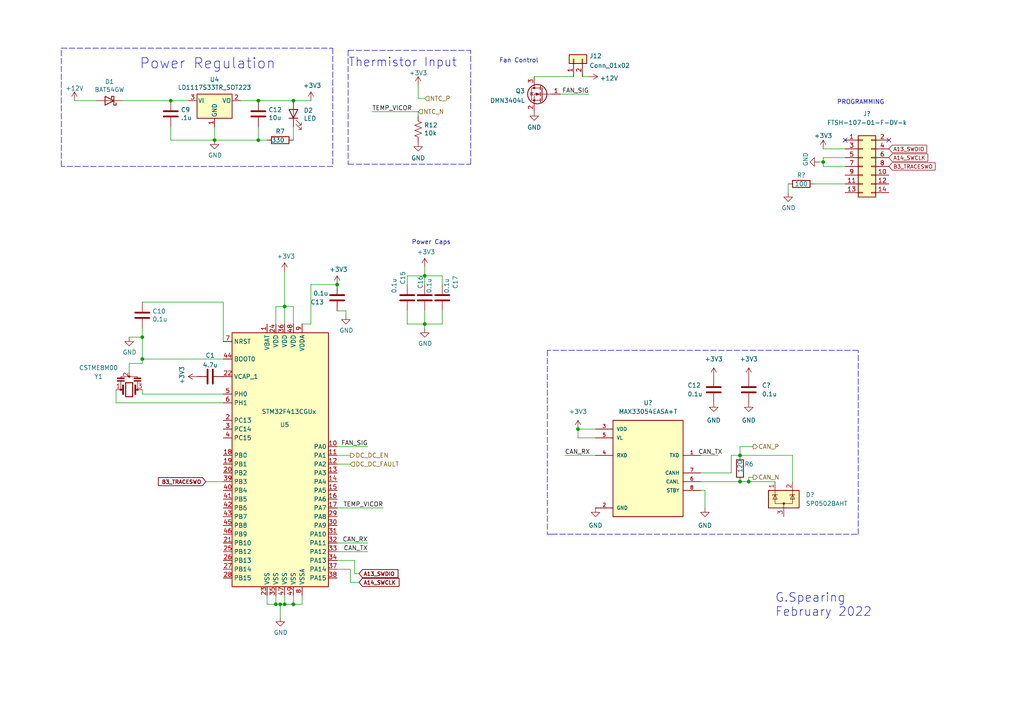
<source format=kicad_sch>
(kicad_sch (version 20211123) (generator eeschema)
  (paper "A4")
  (lib_symbols
    (symbol "AERO_Symbols:MAX33054EASA+T" (pin_names (offset 1.016))
      (property "Reference" "U" (at -10.16 13.6906 0))
      (property "Value" "MAX33054EASA+T" (at -10.16 -19.2278 0))
      (symbol "MAX33054EASA+T_0_0"
        (rectangle (start -10.16 -15.24) (end 10.16 12.7) (stroke (width 0.254)) (fill (type background)))
        (pin input line (at -15.24 2.54 0) (length 5.08) (name "TXD") (number "1"))
        (pin power_in line (at 15.24 -12.7 180) (length 5.08) (name "GND") (number "2"))
        (pin power_in line (at 15.24 10.16 180) (length 5.08) (name "VDD") (number "3"))
        (pin output line (at 15.24 2.54 180) (length 5.08) (name "RXD") (number "4"))
        (pin power_in line (at 15.24 7.62 180) (length 5.08) (name "VL") (number "5"))
        (pin input line (at -15.24 -5.08 0) (length 5.08) (name "CANL") (number "6"))
        (pin input line (at -15.24 -2.54 0) (length 5.08) (name "CANH") (number "7"))
        (pin input line (at -15.24 -7.62 0) (length 5.08) (name "STBY") (number "8"))
      )
    )
    (symbol "Connector_Generic:Conn_01x02" (pin_names (offset 1.016) hide)
      (property "Reference" "J" (at 0 2.54 0))
      (property "Value" "Conn_01x02" (at 0 -5.08 0))
      (symbol "Conn_01x02_1_1"
        (rectangle (start -1.27 -2.413) (end 0 -2.667) (stroke (width 0.1524)))
        (rectangle (start -1.27 0.127) (end 0 -0.127) (stroke (width 0.1524)))
        (rectangle (start -1.27 1.27) (end 1.27 -3.81) (stroke (width 0.254)) (fill (type background)))
        (pin passive line (at -5.08 0 0) (length 3.81) (name "Pin_1") (number "1"))
        (pin passive line (at -5.08 -2.54 0) (length 3.81) (name "Pin_2") (number "2"))
      )
    )
    (symbol "Connector_Generic:Conn_02x07_Odd_Even" (pin_names (offset 1.016) hide)
      (property "Reference" "J" (at 1.27 10.16 0))
      (property "Value" "Conn_02x07_Odd_Even" (at 1.27 -10.16 0))
      (symbol "Conn_02x07_Odd_Even_1_1"
        (rectangle (start -1.27 -7.493) (end 0 -7.747) (stroke (width 0.1524)))
        (rectangle (start -1.27 -4.953) (end 0 -5.207) (stroke (width 0.1524)))
        (rectangle (start -1.27 -2.413) (end 0 -2.667) (stroke (width 0.1524)))
        (rectangle (start -1.27 0.127) (end 0 -0.127) (stroke (width 0.1524)))
        (rectangle (start -1.27 2.667) (end 0 2.413) (stroke (width 0.1524)))
        (rectangle (start -1.27 5.207) (end 0 4.953) (stroke (width 0.1524)))
        (rectangle (start -1.27 7.747) (end 0 7.493) (stroke (width 0.1524)))
        (rectangle (start -1.27 8.89) (end 3.81 -8.89) (stroke (width 0.254)) (fill (type background)))
        (rectangle (start 3.81 -7.493) (end 2.54 -7.747) (stroke (width 0.1524)))
        (rectangle (start 3.81 -4.953) (end 2.54 -5.207) (stroke (width 0.1524)))
        (rectangle (start 3.81 -2.413) (end 2.54 -2.667) (stroke (width 0.1524)))
        (rectangle (start 3.81 0.127) (end 2.54 -0.127) (stroke (width 0.1524)))
        (rectangle (start 3.81 2.667) (end 2.54 2.413) (stroke (width 0.1524)))
        (rectangle (start 3.81 5.207) (end 2.54 4.953) (stroke (width 0.1524)))
        (rectangle (start 3.81 7.747) (end 2.54 7.493) (stroke (width 0.1524)))
        (pin passive line (at -5.08 7.62 0) (length 3.81) (name "Pin_1") (number "1"))
        (pin passive line (at 7.62 -2.54 180) (length 3.81) (name "Pin_10") (number "10"))
        (pin passive line (at -5.08 -5.08 0) (length 3.81) (name "Pin_11") (number "11"))
        (pin passive line (at 7.62 -5.08 180) (length 3.81) (name "Pin_12") (number "12"))
        (pin passive line (at -5.08 -7.62 0) (length 3.81) (name "Pin_13") (number "13"))
        (pin passive line (at 7.62 -7.62 180) (length 3.81) (name "Pin_14") (number "14"))
        (pin passive line (at 7.62 7.62 180) (length 3.81) (name "Pin_2") (number "2"))
        (pin passive line (at -5.08 5.08 0) (length 3.81) (name "Pin_3") (number "3"))
        (pin passive line (at 7.62 5.08 180) (length 3.81) (name "Pin_4") (number "4"))
        (pin passive line (at -5.08 2.54 0) (length 3.81) (name "Pin_5") (number "5"))
        (pin passive line (at 7.62 2.54 180) (length 3.81) (name "Pin_6") (number "6"))
        (pin passive line (at -5.08 0 0) (length 3.81) (name "Pin_7") (number "7"))
        (pin passive line (at 7.62 0 180) (length 3.81) (name "Pin_8") (number "8"))
        (pin passive line (at -5.08 -2.54 0) (length 3.81) (name "Pin_9") (number "9"))
      )
    )
    (symbol "Device:C" (pin_numbers hide) (pin_names (offset 0.254))
      (property "Reference" "C" (at 0.635 2.54 0))
      (property "Value" "C" (at 0.635 -2.54 0))
      (symbol "C_0_1"
        (polyline (pts (xy -2.032 -0.762) (xy 2.032 -0.762)) (stroke (width 0.508)))
        (polyline (pts (xy -2.032 0.762) (xy 2.032 0.762)) (stroke (width 0.508)))
      )
      (symbol "C_1_1"
        (pin passive line (at 0 3.81 270) (length 2.794) (name "~") (number "1"))
        (pin passive line (at 0 -3.81 90) (length 2.794) (name "~") (number "2"))
      )
    )
    (symbol "Device:D_Schottky" (pin_numbers hide) (pin_names (offset 1.016) hide)
      (property "Reference" "D" (at 0 2.54 0))
      (property "Value" "D_Schottky" (at 0 -2.54 0))
      (symbol "D_Schottky_0_1"
        (polyline (pts (xy 1.27 0) (xy -1.27 0)))
        (polyline (pts (xy 1.27 1.27) (xy 1.27 -1.27) (xy -1.27 0) (xy 1.27 1.27)) (stroke (width 0.254)))
        (polyline (pts (xy -1.905 0.635) (xy -1.905 1.27) (xy -1.27 1.27) (xy -1.27 -1.27) (xy -0.635 -1.27) (xy -0.635 -0.635)) (stroke (width 0.254)))
      )
      (symbol "D_Schottky_1_1"
        (pin passive line (at -3.81 0 0) (length 2.54) (name "K") (number "1"))
        (pin passive line (at 3.81 0 180) (length 2.54) (name "A") (number "2"))
      )
    )
    (symbol "Device:LED" (pin_numbers hide) (pin_names (offset 1.016) hide)
      (property "Reference" "D" (at 0 2.54 0))
      (property "Value" "LED" (at 0 -2.54 0))
      (symbol "LED_0_1"
        (polyline (pts (xy -1.27 -1.27) (xy -1.27 1.27)) (stroke (width 0.254)))
        (polyline (pts (xy -1.27 0) (xy 1.27 0)))
        (polyline (pts (xy 1.27 -1.27) (xy 1.27 1.27) (xy -1.27 0) (xy 1.27 -1.27)) (stroke (width 0.254)))
        (polyline (pts (xy -3.048 -0.762) (xy -4.572 -2.286) (xy -3.81 -2.286) (xy -4.572 -2.286) (xy -4.572 -1.524)))
        (polyline (pts (xy -1.778 -0.762) (xy -3.302 -2.286) (xy -2.54 -2.286) (xy -3.302 -2.286) (xy -3.302 -1.524)))
      )
      (symbol "LED_1_1"
        (pin passive line (at -3.81 0 0) (length 2.54) (name "K") (number "1"))
        (pin passive line (at 3.81 0 180) (length 2.54) (name "A") (number "2"))
      )
    )
    (symbol "Device:Q_NMOS_GSD" (pin_names (offset 0) hide)
      (property "Reference" "Q" (at 5.08 1.27 0))
      (property "Value" "Q_NMOS_GSD" (at 5.08 -1.27 0))
      (symbol "Q_NMOS_GSD_0_1"
        (polyline (pts (xy 0.254 0) (xy -2.54 0)))
        (polyline (pts (xy 0.254 1.905) (xy 0.254 -1.905)) (stroke (width 0.254)))
        (polyline (pts (xy 0.762 -1.27) (xy 0.762 -2.286)) (stroke (width 0.254)))
        (polyline (pts (xy 0.762 0.508) (xy 0.762 -0.508)) (stroke (width 0.254)))
        (polyline (pts (xy 0.762 2.286) (xy 0.762 1.27)) (stroke (width 0.254)))
        (polyline (pts (xy 2.54 2.54) (xy 2.54 1.778)))
        (polyline (pts (xy 2.54 -2.54) (xy 2.54 0) (xy 0.762 0)))
        (polyline (pts (xy 0.762 -1.778) (xy 3.302 -1.778) (xy 3.302 1.778) (xy 0.762 1.778)))
        (polyline (pts (xy 1.016 0) (xy 2.032 0.381) (xy 2.032 -0.381) (xy 1.016 0)) (fill (type outline)))
        (polyline (pts (xy 2.794 0.508) (xy 2.921 0.381) (xy 3.683 0.381) (xy 3.81 0.254)))
        (polyline (pts (xy 3.302 0.381) (xy 2.921 -0.254) (xy 3.683 -0.254) (xy 3.302 0.381)))
        (circle (center 1.651 0) (radius 2.794) (stroke (width 0.254)))
        (circle (center 2.54 -1.778) (radius 0.254) (fill (type outline)))
        (circle (center 2.54 1.778) (radius 0.254) (fill (type outline)))
      )
      (symbol "Q_NMOS_GSD_1_1"
        (pin input line (at -5.08 0 0) (length 2.54) (name "G") (number "1"))
        (pin passive line (at 2.54 -5.08 90) (length 2.54) (name "S") (number "2"))
        (pin passive line (at 2.54 5.08 270) (length 2.54) (name "D") (number "3"))
      )
    )
    (symbol "Device:R" (pin_numbers hide) (pin_names (offset 0))
      (property "Reference" "R" (at 2.032 0 90))
      (property "Value" "R" (at 0 0 90))
      (symbol "R_0_1"
        (rectangle (start -1.016 -2.54) (end 1.016 2.54) (stroke (width 0.254)))
      )
      (symbol "R_1_1"
        (pin passive line (at 0 3.81 270) (length 1.27) (name "~") (number "1"))
        (pin passive line (at 0 -3.81 90) (length 1.27) (name "~") (number "2"))
      )
    )
    (symbol "Device:R_US" (pin_numbers hide) (pin_names (offset 0))
      (property "Reference" "R" (at 2.54 0 90))
      (property "Value" "R_US" (at -2.54 0 90))
      (symbol "R_US_0_1"
        (polyline (pts (xy 0 -2.286) (xy 0 -2.54)))
        (polyline (pts (xy 0 2.286) (xy 0 2.54)))
        (polyline (pts (xy 0 -0.762) (xy 1.016 -1.143) (xy 0 -1.524) (xy -1.016 -1.905) (xy 0 -2.286)))
        (polyline (pts (xy 0 0.762) (xy 1.016 0.381) (xy 0 0) (xy -1.016 -0.381) (xy 0 -0.762)))
        (polyline (pts (xy 0 2.286) (xy 1.016 1.905) (xy 0 1.524) (xy -1.016 1.143) (xy 0 0.762)))
      )
      (symbol "R_US_1_1"
        (pin passive line (at 0 3.81 270) (length 1.27) (name "~") (number "1"))
        (pin passive line (at 0 -3.81 90) (length 1.27) (name "~") (number "2"))
      )
    )
    (symbol "Device:Resonator" (pin_names (offset 1.016) hide)
      (property "Reference" "Y" (at 0 5.715 0))
      (property "Value" "Resonator" (at 0 3.81 0))
      (symbol "Resonator_0_1"
        (rectangle (start -3.429 -3.175) (end -1.397 -3.429) (fill (type outline)))
        (rectangle (start -3.429 -2.413) (end -1.397 -2.667) (fill (type outline)))
        (circle (center -2.413 0) (radius 0.254) (fill (type outline)))
        (rectangle (start -1.016 2.032) (end 1.016 -2.032) (stroke (width 0.3048)))
        (circle (center 0 -3.81) (radius 0.254) (fill (type outline)))
        (polyline (pts (xy -2.413 -2.413) (xy -2.413 0)))
        (polyline (pts (xy -1.905 0) (xy -3.175 0)))
        (polyline (pts (xy -1.778 -1.27) (xy -1.778 1.27)) (stroke (width 0.508)))
        (polyline (pts (xy 1.778 -1.27) (xy 1.778 1.27)) (stroke (width 0.508)))
        (polyline (pts (xy 1.905 0) (xy 2.54 0)))
        (polyline (pts (xy 2.413 0) (xy 2.413 -2.54)))
        (polyline (pts (xy 2.413 -3.302) (xy 2.413 -3.81) (xy -2.413 -3.81) (xy -2.413 -3.302)))
        (rectangle (start 1.397 -3.175) (end 3.429 -3.429) (fill (type outline)))
        (rectangle (start 1.397 -2.413) (end 3.429 -2.667) (fill (type outline)))
        (circle (center 2.413 0) (radius 0.254) (fill (type outline)))
      )
      (symbol "Resonator_1_1"
        (pin passive line (at -3.81 0 0) (length 1.27) (name "1") (number "1"))
        (pin passive line (at 0 -5.08 90) (length 1.27) (name "2") (number "2"))
        (pin passive line (at 3.81 0 180) (length 1.27) (name "3") (number "3"))
      )
    )
    (symbol "MCU_ST_STM32F4:STM32F413CGUx"
      (property "Reference" "U" (at -15.24 36.83 0))
      (property "Value" "STM32F413CGUx" (at 7.62 36.83 0))
      (symbol "STM32F413CGUx_0_1"
        (rectangle (start -15.24 -38.1) (end 12.7 35.56) (stroke (width 0.254)) (fill (type background)))
      )
      (symbol "STM32F413CGUx_1_1"
        (pin power_in line (at -5.08 38.1 270) (length 2.54) (name "VBAT") (number "1"))
        (pin bidirectional line (at 15.24 2.54 180) (length 2.54) (name "PA0") (number "10"))
        (pin bidirectional line (at 15.24 0 180) (length 2.54) (name "PA1") (number "11"))
        (pin bidirectional line (at 15.24 -2.54 180) (length 2.54) (name "PA2") (number "12"))
        (pin bidirectional line (at 15.24 -5.08 180) (length 2.54) (name "PA3") (number "13"))
        (pin bidirectional line (at 15.24 -7.62 180) (length 2.54) (name "PA4") (number "14"))
        (pin bidirectional line (at 15.24 -10.16 180) (length 2.54) (name "PA5") (number "15"))
        (pin bidirectional line (at 15.24 -12.7 180) (length 2.54) (name "PA6") (number "16"))
        (pin bidirectional line (at 15.24 -15.24 180) (length 2.54) (name "PA7") (number "17"))
        (pin bidirectional line (at -17.78 0 0) (length 2.54) (name "PB0") (number "18"))
        (pin bidirectional line (at -17.78 -2.54 0) (length 2.54) (name "PB1") (number "19"))
        (pin bidirectional line (at -17.78 10.16 0) (length 2.54) (name "PC13") (number "2"))
        (pin bidirectional line (at -17.78 -5.08 0) (length 2.54) (name "PB2") (number "20"))
        (pin bidirectional line (at -17.78 -25.4 0) (length 2.54) (name "PB10") (number "21"))
        (pin power_in line (at -17.78 22.86 0) (length 2.54) (name "VCAP_1") (number "22"))
        (pin power_in line (at -5.08 -40.64 90) (length 2.54) (name "VSS") (number "23"))
        (pin power_in line (at -2.54 38.1 270) (length 2.54) (name "VDD") (number "24"))
        (pin bidirectional line (at -17.78 -27.94 0) (length 2.54) (name "PB12") (number "25"))
        (pin bidirectional line (at -17.78 -30.48 0) (length 2.54) (name "PB13") (number "26"))
        (pin bidirectional line (at -17.78 -33.02 0) (length 2.54) (name "PB14") (number "27"))
        (pin bidirectional line (at -17.78 -35.56 0) (length 2.54) (name "PB15") (number "28"))
        (pin bidirectional line (at 15.24 -17.78 180) (length 2.54) (name "PA8") (number "29"))
        (pin bidirectional line (at -17.78 7.62 0) (length 2.54) (name "PC14") (number "3"))
        (pin bidirectional line (at 15.24 -20.32 180) (length 2.54) (name "PA9") (number "30"))
        (pin bidirectional line (at 15.24 -22.86 180) (length 2.54) (name "PA10") (number "31"))
        (pin bidirectional line (at 15.24 -25.4 180) (length 2.54) (name "PA11") (number "32"))
        (pin bidirectional line (at 15.24 -27.94 180) (length 2.54) (name "PA12") (number "33"))
        (pin bidirectional line (at 15.24 -30.48 180) (length 2.54) (name "PA13") (number "34"))
        (pin power_in line (at -2.54 -40.64 90) (length 2.54) (name "VSS") (number "35"))
        (pin power_in line (at 0 38.1 270) (length 2.54) (name "VDD") (number "36"))
        (pin bidirectional line (at 15.24 -33.02 180) (length 2.54) (name "PA14") (number "37"))
        (pin bidirectional line (at 15.24 -35.56 180) (length 2.54) (name "PA15") (number "38"))
        (pin bidirectional line (at -17.78 -7.62 0) (length 2.54) (name "PB3") (number "39"))
        (pin bidirectional line (at -17.78 5.08 0) (length 2.54) (name "PC15") (number "4"))
        (pin bidirectional line (at -17.78 -10.16 0) (length 2.54) (name "PB4") (number "40"))
        (pin bidirectional line (at -17.78 -12.7 0) (length 2.54) (name "PB5") (number "41"))
        (pin bidirectional line (at -17.78 -15.24 0) (length 2.54) (name "PB6") (number "42"))
        (pin bidirectional line (at -17.78 -17.78 0) (length 2.54) (name "PB7") (number "43"))
        (pin input line (at -17.78 27.94 0) (length 2.54) (name "BOOT0") (number "44"))
        (pin bidirectional line (at -17.78 -20.32 0) (length 2.54) (name "PB8") (number "45"))
        (pin bidirectional line (at -17.78 -22.86 0) (length 2.54) (name "PB9") (number "46"))
        (pin power_in line (at 0 -40.64 90) (length 2.54) (name "VSS") (number "47"))
        (pin power_in line (at 2.54 38.1 270) (length 2.54) (name "VDD") (number "48"))
        (pin power_in line (at 2.54 -40.64 90) (length 2.54) (name "VSS") (number "49"))
        (pin input line (at -17.78 17.78 0) (length 2.54) (name "PH0") (number "5"))
        (pin input line (at -17.78 15.24 0) (length 2.54) (name "PH1") (number "6"))
        (pin input line (at -17.78 33.02 0) (length 2.54) (name "NRST") (number "7"))
        (pin power_in line (at 5.08 -40.64 90) (length 2.54) (name "VSSA") (number "8"))
        (pin power_in line (at 5.08 38.1 270) (length 2.54) (name "VDDA") (number "9"))
      )
    )
    (symbol "Power_Protection:SP0502BAHT" (pin_names hide)
      (property "Reference" "D" (at 5.715 2.54 0))
      (property "Value" "SP0502BAHT" (at 5.715 0.635 0))
      (symbol "SP0502BAHT_0_0"
        (pin passive line (at 0 -5.08 90) (length 2.54) (name "A") (number "3"))
      )
      (symbol "SP0502BAHT_0_1"
        (rectangle (start -4.445 2.54) (end 4.445 -2.54) (stroke (width 0.254)) (fill (type background)))
        (circle (center 0 -1.27) (radius 0.254) (fill (type outline)))
        (polyline (pts (xy -2.54 2.54) (xy -2.54 1.27)))
        (polyline (pts (xy 0 -1.27) (xy 0 -2.54)))
        (polyline (pts (xy 2.54 2.54) (xy 2.54 1.27)))
        (polyline (pts (xy -3.302 1.016) (xy -3.302 1.27) (xy -1.905 1.27) (xy -1.778 1.27)))
        (polyline (pts (xy -2.54 1.27) (xy -2.54 -1.27) (xy 2.54 -1.27) (xy 2.54 1.27)))
        (polyline (pts (xy -2.54 1.27) (xy -1.905 0) (xy -3.175 0) (xy -2.54 1.27)))
        (polyline (pts (xy 1.778 1.016) (xy 1.778 1.27) (xy 3.175 1.27) (xy 3.302 1.27)))
        (polyline (pts (xy 2.54 1.27) (xy 1.905 0) (xy 3.175 0) (xy 2.54 1.27)))
      )
      (symbol "SP0502BAHT_1_1"
        (pin passive line (at -2.54 5.08 270) (length 2.54) (name "K") (number "1"))
        (pin passive line (at 2.54 5.08 270) (length 2.54) (name "K") (number "2"))
      )
    )
    (symbol "Regulator_Linear:LD1117S33TR_SOT223" (pin_names (offset 0.254))
      (property "Reference" "U" (at -3.81 3.175 0))
      (property "Value" "LD1117S33TR_SOT223" (at 0 3.175 0))
      (symbol "LD1117S33TR_SOT223_0_1"
        (rectangle (start -5.08 -5.08) (end 5.08 1.905) (stroke (width 0.254)) (fill (type background)))
      )
      (symbol "LD1117S33TR_SOT223_1_1"
        (pin power_in line (at 0 -7.62 90) (length 2.54) (name "GND") (number "1"))
        (pin power_out line (at 7.62 0 180) (length 2.54) (name "VO") (number "2"))
        (pin power_in line (at -7.62 0 0) (length 2.54) (name "VI") (number "3"))
      )
    )
    (symbol "power:+12V" (power) (pin_names (offset 0))
      (property "Value" "+12V" (at 0 3.556 0))
      (symbol "+12V_0_1"
        (polyline (pts (xy -0.762 1.27) (xy 0 2.54)))
        (polyline (pts (xy 0 0) (xy 0 2.54)))
        (polyline (pts (xy 0 2.54) (xy 0.762 1.27)))
      )
      (symbol "+12V_1_1"
        (pin power_in line (at 0 0 90) (length 0) hide (name "+12V") (number "1"))
      )
    )
    (symbol "power:+3.3V" (power) (pin_names (offset 0))
      (property "Value" "+3.3V" (at 0 3.556 0))
      (symbol "+3.3V_0_1"
        (polyline (pts (xy -0.762 1.27) (xy 0 2.54)))
        (polyline (pts (xy 0 0) (xy 0 2.54)))
        (polyline (pts (xy 0 2.54) (xy 0.762 1.27)))
      )
      (symbol "+3.3V_1_1"
        (pin power_in line (at 0 0 90) (length 0) hide (name "+3V3") (number "1"))
      )
    )
    (symbol "power:GND" (power) (pin_names (offset 0))
      (property "Value" "GND" (at 0 -3.81 0))
      (symbol "GND_0_1"
        (polyline (pts (xy 0 0) (xy 0 -1.27) (xy 1.27 -1.27) (xy 0 -2.54) (xy -1.27 -1.27) (xy 0 -1.27)))
      )
      (symbol "GND_1_1"
        (pin power_in line (at 0 0 270) (length 0) hide (name "GND") (number "1"))
      )
    )
  )
  (junction (at 214.63 132.08))
  (junction (at 82.55 175.26))
  (junction (at 81.28 175.26))
  (junction (at 167.64 124.46))
  (junction (at 74.93 29.21))
  (junction (at 62.23 40.64))
  (junction (at 85.09 29.21))
  (junction (at 41.275 104.14))
  (junction (at 80.01 175.26))
  (junction (at 214.63 139.7))
  (junction (at 238.76 46.99))
  (junction (at 49.53 29.21))
  (junction (at 85.09 175.26))
  (junction (at 97.79 82.55))
  (junction (at 41.275 97.79))
  (junction (at 74.93 40.64))
  (junction (at 82.55 88.9))
  (junction (at 123.19 80.01))
  (junction (at 217.17 139.7))
  (junction (at 123.19 93.98))
  (no_connect (at 245.11 40.64))
  (no_connect (at 257.81 40.64))
  (wire (pts (xy 162.56 27.305) (xy 170.815 27.305)))
  (wire (pts (xy 49.53 29.21) (xy 54.61 29.21)))
  (wire (pts (xy 80.01 175.26) (xy 77.47 175.26)))
  (wire (pts (xy 102.87 162.56) (xy 97.79 162.56)))
  (wire (pts (xy 90.17 93.98) (xy 87.63 93.98)))
  (wire (pts (xy 81.28 179.07) (xy 81.28 175.26)))
  (wire (pts (xy 82.55 175.26) (xy 82.55 172.72)))
  (wire (pts (xy 123.19 93.98) (xy 123.19 95.25)))
  (wire (pts (xy 167.64 124.46) (xy 172.72 124.46)))
  (wire (pts (xy 85.09 40.64) (xy 85.09 36.83)))
  (wire (pts (xy 87.63 172.72) (xy 87.63 175.26)))
  (wire (pts (xy 121.285 24.765) (xy 121.285 28.575)))
  (wire (pts (xy 41.275 97.79) (xy 41.275 95.25)))
  (wire (pts (xy 41.275 105.41) (xy 41.275 104.14)))
  (wire (pts (xy 237.49 46.99) (xy 238.76 46.99)))
  (polyline (pts (xy 96.52 13.97) (xy 96.52 48.26)))
  (polyline (pts (xy 160.02 154.94) (xy 248.92 154.94)))
  (wire (pts (xy 123.19 90.17) (xy 123.19 93.98)))
  (wire (pts (xy 74.93 40.64) (xy 77.47 40.64)))
  (wire (pts (xy 203.2 132.08) (xy 208.28 132.08)))
  (wire (pts (xy 49.53 36.83) (xy 49.53 40.64)))
  (wire (pts (xy 82.55 78.74) (xy 82.55 88.9)))
  (wire (pts (xy 82.55 175.26) (xy 85.09 175.26)))
  (wire (pts (xy 218.44 138.43) (xy 217.17 138.43)))
  (wire (pts (xy 64.77 114.3) (xy 41.275 114.3)))
  (wire (pts (xy 33.655 116.84) (xy 64.77 116.84)))
  (wire (pts (xy 128.27 90.17) (xy 128.27 93.98)))
  (wire (pts (xy 41.275 87.63) (xy 64.77 87.63)))
  (wire (pts (xy 41.275 104.14) (xy 41.275 97.79)))
  (wire (pts (xy 203.2 139.7) (xy 214.63 139.7)))
  (wire (pts (xy 101.6 132.08) (xy 97.79 132.08)))
  (wire (pts (xy 81.28 175.26) (xy 82.55 175.26)))
  (wire (pts (xy 77.47 175.26) (xy 77.47 172.72)))
  (wire (pts (xy 62.23 36.83) (xy 62.23 40.64)))
  (wire (pts (xy 97.79 90.17) (xy 100.33 90.17)))
  (wire (pts (xy 85.09 175.26) (xy 85.09 172.72)))
  (wire (pts (xy 74.93 36.83) (xy 74.93 40.64)))
  (wire (pts (xy 245.11 45.72) (xy 238.76 45.72)))
  (wire (pts (xy 228.6 53.34) (xy 228.6 55.88)))
  (wire (pts (xy 167.64 124.46) (xy 167.64 127)))
  (wire (pts (xy 37.465 97.79) (xy 41.275 97.79)))
  (wire (pts (xy 80.01 88.9) (xy 80.01 93.98)))
  (wire (pts (xy 217.17 139.7) (xy 224.79 139.7)))
  (wire (pts (xy 81.28 175.26) (xy 80.01 175.26)))
  (wire (pts (xy 167.64 127) (xy 172.72 127)))
  (polyline (pts (xy 248.92 154.94) (xy 248.92 101.6)))
  (wire (pts (xy 82.55 88.9) (xy 85.09 88.9)))
  (wire (pts (xy 163.83 132.08) (xy 172.72 132.08)))
  (wire (pts (xy 74.93 29.21) (xy 69.85 29.21)))
  (wire (pts (xy 212.09 137.16) (xy 212.09 132.08)))
  (polyline (pts (xy 158.75 101.6) (xy 158.75 154.94)))
  (wire (pts (xy 118.11 93.98) (xy 123.19 93.98)))
  (wire (pts (xy 37.465 105.41) (xy 37.465 107.95)))
  (wire (pts (xy 74.93 29.21) (xy 85.09 29.21)))
  (wire (pts (xy 236.22 53.34) (xy 245.11 53.34)))
  (wire (pts (xy 97.79 157.48) (xy 106.68 157.48)))
  (wire (pts (xy 123.19 80.01) (xy 123.19 77.47)))
  (wire (pts (xy 100.33 90.17) (xy 100.33 91.44)))
  (polyline (pts (xy 100.965 47.625) (xy 136.525 47.625)))
  (wire (pts (xy 123.19 82.55) (xy 123.19 80.01)))
  (wire (pts (xy 59.69 139.7) (xy 64.77 139.7)))
  (wire (pts (xy 128.27 80.01) (xy 128.27 82.55)))
  (wire (pts (xy 214.63 139.7) (xy 217.17 139.7)))
  (wire (pts (xy 168.91 22.225) (xy 170.815 22.225)))
  (wire (pts (xy 107.95 32.385) (xy 121.285 32.385)))
  (wire (pts (xy 62.23 40.64) (xy 74.93 40.64)))
  (polyline (pts (xy 17.78 48.26) (xy 17.78 13.97)))
  (wire (pts (xy 41.275 105.41) (xy 37.465 105.41)))
  (wire (pts (xy 214.63 132.08) (xy 229.87 132.08)))
  (wire (pts (xy 64.77 87.63) (xy 64.77 99.06)))
  (polyline (pts (xy 96.52 48.26) (xy 17.78 48.26)))
  (wire (pts (xy 217.17 138.43) (xy 217.17 139.7)))
  (wire (pts (xy 121.285 28.575) (xy 123.19 28.575)))
  (polyline (pts (xy 100.965 14.605) (xy 100.965 47.625)))
  (wire (pts (xy 85.09 29.21) (xy 90.17 29.21)))
  (wire (pts (xy 214.63 129.54) (xy 214.63 132.08)))
  (wire (pts (xy 154.94 22.225) (xy 166.37 22.225)))
  (wire (pts (xy 118.11 82.55) (xy 118.11 80.01)))
  (wire (pts (xy 229.87 132.08) (xy 229.87 139.7)))
  (polyline (pts (xy 136.525 47.625) (xy 136.525 14.605)))
  (wire (pts (xy 123.19 80.01) (xy 128.27 80.01)))
  (wire (pts (xy 101.6 168.91) (xy 104.14 168.91)))
  (wire (pts (xy 118.11 80.01) (xy 123.19 80.01)))
  (wire (pts (xy 97.79 147.32) (xy 111.125 147.32)))
  (wire (pts (xy 80.01 172.72) (xy 80.01 175.26)))
  (wire (pts (xy 203.2 137.16) (xy 212.09 137.16)))
  (wire (pts (xy 87.63 175.26) (xy 85.09 175.26)))
  (wire (pts (xy 21.59 29.21) (xy 27.94 29.21)))
  (wire (pts (xy 102.87 166.37) (xy 102.87 162.56)))
  (wire (pts (xy 97.79 129.54) (xy 106.68 129.54)))
  (wire (pts (xy 64.77 104.14) (xy 41.275 104.14)))
  (polyline (pts (xy 100.965 14.605) (xy 136.525 14.605)))
  (wire (pts (xy 101.6 165.1) (xy 97.79 165.1)))
  (wire (pts (xy 82.55 88.9) (xy 80.01 88.9)))
  (wire (pts (xy 82.55 88.9) (xy 82.55 93.98)))
  (wire (pts (xy 90.17 82.55) (xy 97.79 82.55)))
  (polyline (pts (xy 158.75 154.94) (xy 160.02 154.94)))
  (wire (pts (xy 49.53 40.64) (xy 62.23 40.64)))
  (wire (pts (xy 97.79 160.02) (xy 106.68 160.02)))
  (wire (pts (xy 204.47 147.32) (xy 204.47 142.24)))
  (wire (pts (xy 218.44 129.54) (xy 214.63 129.54)))
  (wire (pts (xy 203.2 142.24) (xy 204.47 142.24)))
  (wire (pts (xy 118.11 90.17) (xy 118.11 93.98)))
  (wire (pts (xy 101.6 165.1) (xy 101.6 168.91)))
  (polyline (pts (xy 17.78 13.97) (xy 96.52 13.97)))
  (wire (pts (xy 238.76 46.99) (xy 238.76 48.26)))
  (wire (pts (xy 238.76 48.26) (xy 245.11 48.26)))
  (wire (pts (xy 41.275 114.3) (xy 41.275 113.03)))
  (wire (pts (xy 238.76 43.18) (xy 245.11 43.18)))
  (wire (pts (xy 121.285 33.655) (xy 121.285 32.385)))
  (polyline (pts (xy 248.92 101.6) (xy 158.75 101.6)))
  (wire (pts (xy 101.6 134.62) (xy 97.79 134.62)))
  (wire (pts (xy 33.655 113.03) (xy 33.655 116.84)))
  (wire (pts (xy 238.76 45.72) (xy 238.76 46.99)))
  (wire (pts (xy 90.17 82.55) (xy 90.17 93.98)))
  (wire (pts (xy 85.09 88.9) (xy 85.09 93.98)))
  (wire (pts (xy 212.09 132.08) (xy 214.63 132.08)))
  (wire (pts (xy 123.19 93.98) (xy 128.27 93.98)))
  (wire (pts (xy 104.14 166.37) (xy 102.87 166.37)))
  (wire (pts (xy 35.56 29.21) (xy 49.53 29.21)))
  (text "G.Spearing\nFebruary 2022" (at 224.79 179.07 0) (effects (font (size 2.54 2.54)) (justify left bottom)))
  (text "Fan Control" (at 144.78 18.415 0) (effects (font (size 1.27 1.27)) (justify left bottom)))
  (text "PROGRAMMING" (at 256.54 30.48 180) (effects (font (size 1.27 1.27)) (justify right bottom)))
  (text "Thermistor Input\n" (at 100.965 19.685 0) (effects (font (size 2.54 2.54)) (justify left bottom)))
  (text "Power Caps" (at 119.38 71.12 0) (effects (font (size 1.27 1.27)) (justify left bottom)))
  (text "Power Regulation" (at 80.01 20.32 180) (effects (font (size 2.9972 2.9972)) (justify right bottom)))
  (label "CAN_RX" (at 106.68 157.48 180))
  (label "FAN_SIG" (at 170.815 27.305 180))
  (label "CAN_TX" (at 106.68 160.02 180))
  (label "TEMP_VICOR" (at 111.125 147.32 180))
  (label "FAN_SIG" (at 106.68 129.54 180))
  (label "CAN_TX" (at 209.55 132.08 180))
  (label "CAN_RX" (at 163.83 132.08 0))
  (label "TEMP_VICOR" (at 107.95 32.385 0))
  (global_label "A14_SWCLK" (shape input) (at 257.81 45.72 0) (effects (font (size 1.0922 1.0922))) (property "Intersheet References" "${INTERSHEET_REFS}" (effects hide)))
  (global_label "A13_SWDIO" (shape input) (at 104.14 166.37 0) (effects (font (size 1.0922 1.0922) (thickness 0.2184) bold)) (property "Intersheet References" "${INTERSHEET_REFS}" (effects hide)))
  (global_label "A13_SWDIO" (shape input) (at 257.81 43.18 0) (effects (font (size 1.0922 1.0922))) (property "Intersheet References" "${INTERSHEET_REFS}" (effects hide)))
  (global_label "A14_SWCLK" (shape input) (at 104.14 168.91 0) (effects (font (size 1.0922 1.0922) (thickness 0.2184) bold)) (property "Intersheet References" "${INTERSHEET_REFS}" (effects hide)))
  (global_label "B3_TRACESWO" (shape input) (at 59.69 139.7 180) (effects (font (size 1.0922 1.0922) (thickness 0.2184) bold)) (property "Intersheet References" "${INTERSHEET_REFS}" (effects hide)))
  (global_label "B3_TRACESWO" (shape input) (at 257.81 48.26 0) (effects (font (size 1.0922 1.0922))) (property "Intersheet References" "${INTERSHEET_REFS}" (effects hide)))
  (hierarchical_label "NTC_N" (shape input) (at 121.285 32.385 0))
  (hierarchical_label "NTC_P" (shape input) (at 123.19 28.575 0))
  (hierarchical_label "CAN_N" (shape output) (at 218.44 138.43 0))
  (hierarchical_label "DC_DC_FAULT" (shape input) (at 101.6 134.62 0))
  (hierarchical_label "DC_DC_EN" (shape output) (at 101.6 132.08 0))
  (hierarchical_label "CAN_P" (shape output) (at 218.44 129.54 0))
  (symbol (lib_id "Device:R_US") (at 121.285 37.465 180) (unit 1)
    (property "Reference" "R12" (at 123.0122 36.2966 0) (effects (justify right)))
    (property "Value" "10k" (at 123.0122 38.608 0) (effects (justify right)))
    (property "Footprint" "Resistor_SMD:R_0603_1608Metric_Pad0.98x0.95mm_HandSolder" (effects hide))
  )
  (symbol (lib_id "MCU_ST_STM32F4:STM32F413CGUx") (at 82.55 132.08 0) (unit 1)
    (property "Reference" "U5" (at 82.55 123.19 0))
    (property "Value" "STM32F413CGUx" (at 83.82 119.38 0))
    (property "Footprint" "Package_DFN_QFN:QFN-48-1EP_7x7mm_P0.5mm_EP5.3x5.3mm" (effects hide))
    (property "Datasheet" "http://www.st.com/st-web-ui/static/active/en/resource/technical/document/datasheet/DM00282249.pdf" (effects hide))
  )
  (symbol (lib_id "Regulator_Linear:LD1117S33TR_SOT223") (at 62.23 29.21 0) (unit 1)
    (property "Reference" "U4" (at 62.23 23.0632 0))
    (property "Value" "LD1117S33TR_SOT223" (at 62.23 25.3746 0))
    (property "Footprint" "Package_TO_SOT_SMD:SOT-223-3_TabPin2" (effects hide))
    (property "Datasheet" "http://www.st.com/st-web-ui/static/active/en/resource/technical/document/datasheet/CD00000544.pdf" (effects hide))
  )
  (symbol (lib_id "Device:C") (at 49.53 33.02 0) (unit 1)
    (property "Reference" "C9" (at 52.451 31.8516 0) (effects (justify left)))
    (property "Value" ".1u" (at 52.451 34.163 0) (effects (justify left)))
    (property "Footprint" "Capacitor_SMD:C_0603_1608Metric_Pad1.08x0.95mm_HandSolder" (effects hide))
  )
  (symbol (lib_id "Device:C") (at 74.93 33.02 0) (unit 1)
    (property "Reference" "C12" (at 77.851 31.8516 0) (effects (justify left)))
    (property "Value" "10u" (at 77.851 34.163 0) (effects (justify left)))
    (property "Footprint" "Capacitor_SMD:C_0603_1608Metric_Pad1.08x0.95mm_HandSolder" (effects hide))
  )
  (symbol (lib_id "Device:D_Schottky") (at 31.75 29.21 180) (unit 1)
    (property "Reference" "D1" (at 31.75 23.6982 0))
    (property "Value" "BAT54GW" (at 31.75 26.0096 0))
    (property "Footprint" "Diode_SMD:D_SOD-123" (effects hide))
  )
  (symbol (lib_id "Device:LED") (at 85.09 33.02 90) (unit 1)
    (property "Reference" "D2" (at 88.0872 32.0294 90) (effects (justify right)))
    (property "Value" "LED" (at 88.0872 34.3408 90) (effects (justify right)))
    (property "Footprint" "LED_SMD:LED_0603_1608Metric_Pad1.05x0.95mm_HandSolder" (effects hide))
  )
  (symbol (lib_id "Device:R") (at 81.28 40.64 90) (unit 1)
    (property "Reference" "R7" (at 81.28 38.1 90))
    (property "Value" "330" (at 80.645 40.64 90))
    (property "Footprint" "Resistor_SMD:R_0603_1608Metric_Pad0.98x0.95mm_HandSolder" (effects hide))
  )
  (symbol (lib_id "power:GND") (at 62.23 40.64 0) (unit 1)
    (property "Reference" "#PWR026" (effects hide))
    (property "Value" "GND" (at 62.357 45.0342 0))
  )
  (symbol (lib_id "power:+3.3V") (at 90.17 29.21 0) (unit 1)
    (property "Reference" "#PWR029" (effects hide))
    (property "Value" "+3.3V" (at 90.551 24.8158 0))
  )
  (symbol (lib_id "Device:C") (at 41.275 91.44 0) (unit 1)
    (property "Reference" "C10" (at 44.196 90.2716 0) (effects (justify left)))
    (property "Value" "0.1u" (at 44.196 92.583 0) (effects (justify left)))
    (property "Footprint" "Capacitor_SMD:C_0603_1608Metric_Pad1.08x0.95mm_HandSolder" (effects hide))
  )
  (symbol (lib_id "power:GND") (at 37.465 97.79 0) (unit 1)
    (property "Reference" "#PWR025" (effects hide))
    (property "Value" "GND" (at 37.592 102.1842 0))
  )
  (symbol (lib_id "power:+3.3V") (at 82.55 78.74 0) (unit 1)
    (property "Reference" "#PWR028" (effects hide))
    (property "Value" "+3.3V" (at 82.931 74.3458 0))
  )
  (symbol (lib_id "power:+3.3V") (at 123.19 77.47 0) (unit 1)
    (property "Reference" "#PWR031" (effects hide))
    (property "Value" "+3.3V" (at 123.571 73.0758 0))
  )
  (symbol (lib_id "Device:C") (at 118.11 86.36 0) (unit 1)
    (property "Reference" "C15" (at 116.84 82.55 90) (effects (justify left)))
    (property "Value" "0.1u" (at 114.3 85.09 90) (effects (justify left)))
    (property "Footprint" "Capacitor_SMD:C_0603_1608Metric_Pad1.08x0.95mm_HandSolder" (effects hide))
  )
  (symbol (lib_id "Device:C") (at 123.19 86.36 0) (unit 1)
    (property "Reference" "C16" (at 121.92 83.82 90) (effects (justify left)))
    (property "Value" "0.1u" (at 124.46 85.09 90) (effects (justify left)))
    (property "Footprint" "Capacitor_SMD:C_0603_1608Metric_Pad1.08x0.95mm_HandSolder" (effects hide))
  )
  (symbol (lib_id "Device:C") (at 128.27 86.36 0) (unit 1)
    (property "Reference" "C17" (at 132.08 83.82 90) (effects (justify left)))
    (property "Value" "0.1u" (at 129.54 85.09 90) (effects (justify left)))
    (property "Footprint" "Capacitor_SMD:C_0603_1608Metric_Pad1.08x0.95mm_HandSolder" (effects hide))
  )
  (symbol (lib_id "power:GND") (at 81.28 179.07 0) (unit 1)
    (property "Reference" "#PWR027" (effects hide))
    (property "Value" "GND" (at 81.407 183.4642 0))
  )
  (symbol (lib_id "power:GND") (at 123.19 95.25 0) (unit 1)
    (property "Reference" "#PWR032" (effects hide))
    (property "Value" "GND" (at 123.317 99.6442 0))
  )
  (symbol (lib_id "Device:C") (at 97.79 86.36 180) (unit 1)
    (property "Reference" "C13" (at 93.98 87.63 0) (effects (justify left)))
    (property "Value" "0.1u" (at 95.25 85.09 0) (effects (justify left)))
    (property "Footprint" "Capacitor_SMD:C_0603_1608Metric_Pad1.08x0.95mm_HandSolder" (effects hide))
  )
  (symbol (lib_id "power:GND") (at 100.33 91.44 0) (unit 1)
    (property "Reference" "#PWR030" (effects hide))
    (property "Value" "GND" (at 100.457 95.8342 0))
  )
  (symbol (lib_id "power:+3.3V") (at 238.76 43.18 0) (unit 1)
    (property "Reference" "#PWR040" (effects hide))
    (property "Value" "+3.3V" (at 238.76 39.37 0))
  )
  (symbol (lib_id "power:GND") (at 228.6 55.88 0) (unit 1)
    (property "Reference" "#PWR041" (effects hide))
    (property "Value" "GND" (at 228.727 60.2742 0))
  )
  (symbol (lib_id "Device:C") (at 60.96 109.22 90) (unit 1)
    (property "Reference" "C1" (at 60.96 103.0945 90))
    (property "Value" "4.7u" (at 60.96 105.8696 90))
    (property "Footprint" "Capacitor_SMD:C_0603_1608Metric_Pad1.08x0.95mm_HandSolder" (effects hide))
  )
  (symbol (lib_id "power:GND") (at 154.94 32.385 0) (mirror y) (unit 1)
    (property "Reference" "#PWR0114" (effects hide))
    (property "Value" "GND" (at 154.94 36.9475 0))
  )
  (symbol (lib_id "power:+3.3V") (at 217.17 109.22 0) (unit 1)
    (property "Reference" "#PWR?" (effects hide))
    (property "Value" "+3.3V" (at 217.17 104.14 0))
  )
  (symbol (lib_id "power:GND") (at 217.17 116.84 0) (unit 1)
    (property "Reference" "#PWR?" (effects hide))
    (property "Value" "GND" (at 217.17 121.92 0))
  )
  (symbol (lib_id "power:GND") (at 121.285 41.275 0) (unit 1)
    (property "Reference" "#PWR0102" (effects hide))
    (property "Value" "GND" (at 121.285 45.8375 0))
  )
  (symbol (lib_id "Device:R") (at 214.63 135.89 0) (unit 1)
    (property "Reference" "R6" (at 215.9 134.62 0) (effects (justify left)))
    (property "Value" "120" (at 214.63 137.16 90) (effects (justify left)))
  )
  (symbol (lib_id "Device:C") (at 207.01 113.03 0) (unit 1)
    (property "Reference" "C12" (at 199.39 111.76 0) (effects (justify left)))
    (property "Value" "0.1u" (at 199.39 114.3 0) (effects (justify left)))
  )
  (symbol (lib_id "Device:C") (at 217.17 113.03 0) (unit 1)
    (property "Reference" "C?" (at 220.98 111.7599 0) (effects (justify left)))
    (property "Value" "0.1u" (at 220.98 114.2999 0) (effects (justify left)))
  )
  (symbol (lib_id "power:+3.3V") (at 167.64 124.46 0) (unit 1)
    (property "Reference" "#PWR?" (effects hide))
    (property "Value" "+3.3V" (at 167.64 119.38 0))
  )
  (symbol (lib_id "Connector_Generic:Conn_01x02") (at 166.37 17.145 90) (unit 1)
    (property "Reference" "J12" (at 170.942 16.2365 90) (effects (justify right)))
    (property "Value" "Conn_01x02" (at 170.942 19.0116 90) (effects (justify right)))
    (property "Footprint" "Connector_JST:JST_XH_B2B-XH-A_1x02_P2.50mm_Vertical" (effects hide))
  )
  (symbol (lib_id "power:+12V") (at 170.815 22.225 270) (unit 1)
    (property "Reference" "#PWR0113" (effects hide))
    (property "Value" "+12V" (at 173.99 22.704 90) (effects (justify left)))
  )
  (symbol (lib_id "power:+3.3V") (at 97.79 82.55 0) (unit 1)
    (property "Reference" "#PWR0108" (effects hide))
    (property "Value" "+3.3V" (at 98.171 78.1558 0))
  )
  (symbol (lib_id "Connector_Generic:Conn_02x07_Odd_Even") (at 250.19 48.26 0) (unit 1)
    (property "Reference" "J?" (at 251.46 33.02 0))
    (property "Value" "FTSH-107-01-F-DV-k" (at 251.46 35.56 0))
  )
  (symbol (lib_id "AERO_Symbols:MAX33054EASA+T") (at 187.96 134.62 0) (mirror y) (unit 1)
    (property "Reference" "U?" (at 187.96 116.84 0))
    (property "Value" "MAX33054EASA+T" (at 187.96 119.38 0))
    (property "Footprint" "SOIC127P600X175-8N" (effects hide))
    (property "PACKAGE" "SOIC-8 Maxim Integrated" (effects hide))
    (property "MF" "Maxim Integrated" (effects hide))
    (property "PRICE" "None" (effects hide))
    (property "MP" "MAX33054EASA+T" (effects hide))
    (property "DESCRIPTION" "IC TXRX CAN 3.3V 2MBPS 25KV 8SO" (effects hide))
    (property "AVAILABILITY" "Unavailable" (effects hide))
  )
  (symbol (lib_id "power:+3.3V") (at 121.285 24.765 0) (unit 1)
    (property "Reference" "#PWR0101" (effects hide))
    (property "Value" "+3.3V" (at 121.285 21.1605 0))
  )
  (symbol (lib_id "power:GND") (at 207.01 116.84 0) (unit 1)
    (property "Reference" "#PWR?" (effects hide))
    (property "Value" "GND" (at 207.01 121.92 0))
  )
  (symbol (lib_id "power:+3.3V") (at 57.15 109.22 90) (unit 1)
    (property "Reference" "#PWR0109" (effects hide))
    (property "Value" "+3.3V" (at 52.7558 108.839 0))
  )
  (symbol (lib_id "Device:Q_NMOS_GSD") (at 157.48 27.305 0) (mirror y) (unit 1)
    (property "Reference" "Q3" (at 152.2731 26.3965 0) (effects (justify left)))
    (property "Value" "DMN3404L" (at 152.2731 29.1716 0) (effects (justify left)))
    (property "Footprint" "Package_TO_SOT_SMD:SOT-23_Handsoldering" (effects hide))
  )
  (symbol (lib_id "power:GND") (at 204.47 147.32 0) (unit 1)
    (property "Reference" "#PWR?" (effects hide))
    (property "Value" "GND" (at 204.47 152.4 0))
  )
  (symbol (lib_id "Device:R") (at 232.41 53.34 90) (unit 1)
    (property "Reference" "R?" (at 232.41 50.8 90))
    (property "Value" "100" (at 232.41 53.34 90))
  )
  (symbol (lib_id "Device:Resonator") (at 37.465 113.03 0) (mirror x) (unit 1)
    (property "Reference" "Y1" (at 28.575 109.22 0))
    (property "Value" "CSTME8M00" (at 28.575 106.68 0))
    (property "Footprint" "AERO_Footprints:Resonator_SMD_muRata_CSTxExxV-3Pin_3.0x1.1mm_HandSoldering" (effects hide))
  )
  (symbol (lib_id "power:GND") (at 237.49 46.99 270) (unit 1)
    (property "Reference" "#PWR?" (effects hide))
    (property "Value" "GND" (at 233.68 48.26 0) (effects (justify right)))
  )
  (symbol (lib_id "power:+3.3V") (at 207.01 109.22 0) (unit 1)
    (property "Reference" "#PWR?" (effects hide))
    (property "Value" "+3.3V" (at 207.01 104.14 0))
  )
  (symbol (lib_id "power:+12V") (at 21.59 29.21 0) (unit 1)
    (property "Reference" "#PWR0106" (effects hide))
    (property "Value" "+12V" (at 21.59 25.6055 0))
  )
  (symbol (lib_id "Power_Protection:SP0502BAHT") (at 227.33 144.78 0) (unit 1)
    (property "Reference" "D?" (at 233.68 143.5099 0) (effects (justify left)))
    (property "Value" "SP0502BAHT" (at 233.68 146.0499 0) (effects (justify left)))
    (property "Footprint" "Package_TO_SOT_SMD:SOT-23" (effects hide))
    (property "Datasheet" "http://www.littelfuse.com/~/media/files/littelfuse/technical%20resources/documents/data%20sheets/sp05xxba.pdf" (effects hide))
  )
  (symbol (lib_id "power:GND") (at 172.72 147.32 0) (unit 1)
    (property "Reference" "#PWR?" (effects hide))
    (property "Value" "GND" (at 172.72 152.4 0))
  )
)
</source>
